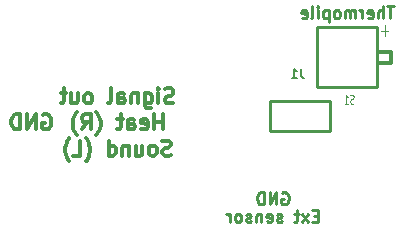
<source format=gbo>
G04 #@! TF.GenerationSoftware,KiCad,Pcbnew,5.1.5-52549c5~86~ubuntu18.04.1*
G04 #@! TF.CreationDate,2020-12-07T21:32:19-08:00*
G04 #@! TF.ProjectId,heat2sound_rx_rev04,68656174-3273-46f7-956e-645f72785f72,rev?*
G04 #@! TF.SameCoordinates,Original*
G04 #@! TF.FileFunction,Legend,Bot*
G04 #@! TF.FilePolarity,Positive*
%FSLAX46Y46*%
G04 Gerber Fmt 4.6, Leading zero omitted, Abs format (unit mm)*
G04 Created by KiCad (PCBNEW 5.1.5-52549c5~86~ubuntu18.04.1) date 2020-12-07 21:32:19*
%MOMM*%
%LPD*%
G04 APERTURE LIST*
%ADD10C,0.250000*%
%ADD11C,0.254000*%
%ADD12C,0.304800*%
%ADD13C,0.120000*%
%ADD14C,0.300000*%
%ADD15C,0.125000*%
%ADD16C,0.190500*%
G04 APERTURE END LIST*
D10*
X176011904Y-132750000D02*
X176107142Y-132702380D01*
X176250000Y-132702380D01*
X176392857Y-132750000D01*
X176488095Y-132845238D01*
X176535714Y-132940476D01*
X176583333Y-133130952D01*
X176583333Y-133273809D01*
X176535714Y-133464285D01*
X176488095Y-133559523D01*
X176392857Y-133654761D01*
X176250000Y-133702380D01*
X176154761Y-133702380D01*
X176011904Y-133654761D01*
X175964285Y-133607142D01*
X175964285Y-133273809D01*
X176154761Y-133273809D01*
X175535714Y-133702380D02*
X175535714Y-132702380D01*
X174964285Y-133702380D01*
X174964285Y-132702380D01*
X174488095Y-133702380D02*
X174488095Y-132702380D01*
X174250000Y-132702380D01*
X174107142Y-132750000D01*
X174011904Y-132845238D01*
X173964285Y-132940476D01*
X173916666Y-133130952D01*
X173916666Y-133273809D01*
X173964285Y-133464285D01*
X174011904Y-133559523D01*
X174107142Y-133654761D01*
X174250000Y-133702380D01*
X174488095Y-133702380D01*
D11*
X179047904Y-134677428D02*
X178709238Y-134677428D01*
X178564095Y-135209619D02*
X179047904Y-135209619D01*
X179047904Y-134193619D01*
X178564095Y-134193619D01*
X178225428Y-135209619D02*
X177693238Y-134532285D01*
X178225428Y-134532285D02*
X177693238Y-135209619D01*
X177451333Y-134532285D02*
X177064285Y-134532285D01*
X177306190Y-134193619D02*
X177306190Y-135064476D01*
X177257809Y-135161238D01*
X177161047Y-135209619D01*
X177064285Y-135209619D01*
X175999904Y-135161238D02*
X175903142Y-135209619D01*
X175709619Y-135209619D01*
X175612857Y-135161238D01*
X175564476Y-135064476D01*
X175564476Y-135016095D01*
X175612857Y-134919333D01*
X175709619Y-134870952D01*
X175854761Y-134870952D01*
X175951523Y-134822571D01*
X175999904Y-134725809D01*
X175999904Y-134677428D01*
X175951523Y-134580666D01*
X175854761Y-134532285D01*
X175709619Y-134532285D01*
X175612857Y-134580666D01*
X174742000Y-135161238D02*
X174838761Y-135209619D01*
X175032285Y-135209619D01*
X175129047Y-135161238D01*
X175177428Y-135064476D01*
X175177428Y-134677428D01*
X175129047Y-134580666D01*
X175032285Y-134532285D01*
X174838761Y-134532285D01*
X174742000Y-134580666D01*
X174693619Y-134677428D01*
X174693619Y-134774190D01*
X175177428Y-134870952D01*
X174258190Y-134532285D02*
X174258190Y-135209619D01*
X174258190Y-134629047D02*
X174209809Y-134580666D01*
X174113047Y-134532285D01*
X173967904Y-134532285D01*
X173871142Y-134580666D01*
X173822761Y-134677428D01*
X173822761Y-135209619D01*
X173387333Y-135161238D02*
X173290571Y-135209619D01*
X173097047Y-135209619D01*
X173000285Y-135161238D01*
X172951904Y-135064476D01*
X172951904Y-135016095D01*
X173000285Y-134919333D01*
X173097047Y-134870952D01*
X173242190Y-134870952D01*
X173338952Y-134822571D01*
X173387333Y-134725809D01*
X173387333Y-134677428D01*
X173338952Y-134580666D01*
X173242190Y-134532285D01*
X173097047Y-134532285D01*
X173000285Y-134580666D01*
X172371333Y-135209619D02*
X172468095Y-135161238D01*
X172516476Y-135112857D01*
X172564857Y-135016095D01*
X172564857Y-134725809D01*
X172516476Y-134629047D01*
X172468095Y-134580666D01*
X172371333Y-134532285D01*
X172226190Y-134532285D01*
X172129428Y-134580666D01*
X172081047Y-134629047D01*
X172032666Y-134725809D01*
X172032666Y-135016095D01*
X172081047Y-135112857D01*
X172129428Y-135161238D01*
X172226190Y-135209619D01*
X172371333Y-135209619D01*
X171597238Y-135209619D02*
X171597238Y-134532285D01*
X171597238Y-134725809D02*
X171548857Y-134629047D01*
X171500476Y-134580666D01*
X171403714Y-134532285D01*
X171306952Y-134532285D01*
D12*
X166817142Y-125104247D02*
X166635714Y-125164723D01*
X166333333Y-125164723D01*
X166212380Y-125104247D01*
X166151904Y-125043771D01*
X166091428Y-124922819D01*
X166091428Y-124801866D01*
X166151904Y-124680914D01*
X166212380Y-124620438D01*
X166333333Y-124559961D01*
X166575238Y-124499485D01*
X166696190Y-124439009D01*
X166756666Y-124378533D01*
X166817142Y-124257580D01*
X166817142Y-124136628D01*
X166756666Y-124015676D01*
X166696190Y-123955200D01*
X166575238Y-123894723D01*
X166272857Y-123894723D01*
X166091428Y-123955200D01*
X165547142Y-125164723D02*
X165547142Y-124318057D01*
X165547142Y-123894723D02*
X165607619Y-123955200D01*
X165547142Y-124015676D01*
X165486666Y-123955200D01*
X165547142Y-123894723D01*
X165547142Y-124015676D01*
X164398095Y-124318057D02*
X164398095Y-125346152D01*
X164458571Y-125467104D01*
X164519047Y-125527580D01*
X164640000Y-125588057D01*
X164821428Y-125588057D01*
X164942380Y-125527580D01*
X164398095Y-125104247D02*
X164519047Y-125164723D01*
X164760952Y-125164723D01*
X164881904Y-125104247D01*
X164942380Y-125043771D01*
X165002857Y-124922819D01*
X165002857Y-124559961D01*
X164942380Y-124439009D01*
X164881904Y-124378533D01*
X164760952Y-124318057D01*
X164519047Y-124318057D01*
X164398095Y-124378533D01*
X163793333Y-124318057D02*
X163793333Y-125164723D01*
X163793333Y-124439009D02*
X163732857Y-124378533D01*
X163611904Y-124318057D01*
X163430476Y-124318057D01*
X163309523Y-124378533D01*
X163249047Y-124499485D01*
X163249047Y-125164723D01*
X162100000Y-125164723D02*
X162100000Y-124499485D01*
X162160476Y-124378533D01*
X162281428Y-124318057D01*
X162523333Y-124318057D01*
X162644285Y-124378533D01*
X162100000Y-125104247D02*
X162220952Y-125164723D01*
X162523333Y-125164723D01*
X162644285Y-125104247D01*
X162704761Y-124983295D01*
X162704761Y-124862342D01*
X162644285Y-124741390D01*
X162523333Y-124680914D01*
X162220952Y-124680914D01*
X162100000Y-124620438D01*
X161313809Y-125164723D02*
X161434761Y-125104247D01*
X161495238Y-124983295D01*
X161495238Y-123894723D01*
X159680952Y-125164723D02*
X159801904Y-125104247D01*
X159862380Y-125043771D01*
X159922857Y-124922819D01*
X159922857Y-124559961D01*
X159862380Y-124439009D01*
X159801904Y-124378533D01*
X159680952Y-124318057D01*
X159499523Y-124318057D01*
X159378571Y-124378533D01*
X159318095Y-124439009D01*
X159257619Y-124559961D01*
X159257619Y-124922819D01*
X159318095Y-125043771D01*
X159378571Y-125104247D01*
X159499523Y-125164723D01*
X159680952Y-125164723D01*
X158169047Y-124318057D02*
X158169047Y-125164723D01*
X158713333Y-124318057D02*
X158713333Y-124983295D01*
X158652857Y-125104247D01*
X158531904Y-125164723D01*
X158350476Y-125164723D01*
X158229523Y-125104247D01*
X158169047Y-125043771D01*
X157745714Y-124318057D02*
X157261904Y-124318057D01*
X157564285Y-123894723D02*
X157564285Y-124983295D01*
X157503809Y-125104247D01*
X157382857Y-125164723D01*
X157261904Y-125164723D01*
X165910000Y-127374523D02*
X165910000Y-126104523D01*
X165910000Y-126709285D02*
X165184285Y-126709285D01*
X165184285Y-127374523D02*
X165184285Y-126104523D01*
X164095714Y-127314047D02*
X164216666Y-127374523D01*
X164458571Y-127374523D01*
X164579523Y-127314047D01*
X164640000Y-127193095D01*
X164640000Y-126709285D01*
X164579523Y-126588333D01*
X164458571Y-126527857D01*
X164216666Y-126527857D01*
X164095714Y-126588333D01*
X164035238Y-126709285D01*
X164035238Y-126830238D01*
X164640000Y-126951190D01*
X162946666Y-127374523D02*
X162946666Y-126709285D01*
X163007142Y-126588333D01*
X163128095Y-126527857D01*
X163370000Y-126527857D01*
X163490952Y-126588333D01*
X162946666Y-127314047D02*
X163067619Y-127374523D01*
X163370000Y-127374523D01*
X163490952Y-127314047D01*
X163551428Y-127193095D01*
X163551428Y-127072142D01*
X163490952Y-126951190D01*
X163370000Y-126890714D01*
X163067619Y-126890714D01*
X162946666Y-126830238D01*
X162523333Y-126527857D02*
X162039523Y-126527857D01*
X162341904Y-126104523D02*
X162341904Y-127193095D01*
X162281428Y-127314047D01*
X162160476Y-127374523D01*
X162039523Y-127374523D01*
X160285714Y-127858333D02*
X160346190Y-127797857D01*
X160467142Y-127616428D01*
X160527619Y-127495476D01*
X160588095Y-127314047D01*
X160648571Y-127011666D01*
X160648571Y-126769761D01*
X160588095Y-126467380D01*
X160527619Y-126285952D01*
X160467142Y-126165000D01*
X160346190Y-125983571D01*
X160285714Y-125923095D01*
X159076190Y-127374523D02*
X159499523Y-126769761D01*
X159801904Y-127374523D02*
X159801904Y-126104523D01*
X159318095Y-126104523D01*
X159197142Y-126165000D01*
X159136666Y-126225476D01*
X159076190Y-126346428D01*
X159076190Y-126527857D01*
X159136666Y-126648809D01*
X159197142Y-126709285D01*
X159318095Y-126769761D01*
X159801904Y-126769761D01*
X158652857Y-127858333D02*
X158592380Y-127797857D01*
X158471428Y-127616428D01*
X158410952Y-127495476D01*
X158350476Y-127314047D01*
X158290000Y-127011666D01*
X158290000Y-126769761D01*
X158350476Y-126467380D01*
X158410952Y-126285952D01*
X158471428Y-126165000D01*
X158592380Y-125983571D01*
X158652857Y-125923095D01*
X166605476Y-129523847D02*
X166424047Y-129584323D01*
X166121666Y-129584323D01*
X166000714Y-129523847D01*
X165940238Y-129463371D01*
X165879761Y-129342419D01*
X165879761Y-129221466D01*
X165940238Y-129100514D01*
X166000714Y-129040038D01*
X166121666Y-128979561D01*
X166363571Y-128919085D01*
X166484523Y-128858609D01*
X166545000Y-128798133D01*
X166605476Y-128677180D01*
X166605476Y-128556228D01*
X166545000Y-128435276D01*
X166484523Y-128374800D01*
X166363571Y-128314323D01*
X166061190Y-128314323D01*
X165879761Y-128374800D01*
X165154047Y-129584323D02*
X165275000Y-129523847D01*
X165335476Y-129463371D01*
X165395952Y-129342419D01*
X165395952Y-128979561D01*
X165335476Y-128858609D01*
X165275000Y-128798133D01*
X165154047Y-128737657D01*
X164972619Y-128737657D01*
X164851666Y-128798133D01*
X164791190Y-128858609D01*
X164730714Y-128979561D01*
X164730714Y-129342419D01*
X164791190Y-129463371D01*
X164851666Y-129523847D01*
X164972619Y-129584323D01*
X165154047Y-129584323D01*
X163642142Y-128737657D02*
X163642142Y-129584323D01*
X164186428Y-128737657D02*
X164186428Y-129402895D01*
X164125952Y-129523847D01*
X164005000Y-129584323D01*
X163823571Y-129584323D01*
X163702619Y-129523847D01*
X163642142Y-129463371D01*
X163037380Y-128737657D02*
X163037380Y-129584323D01*
X163037380Y-128858609D02*
X162976904Y-128798133D01*
X162855952Y-128737657D01*
X162674523Y-128737657D01*
X162553571Y-128798133D01*
X162493095Y-128919085D01*
X162493095Y-129584323D01*
X161344047Y-129584323D02*
X161344047Y-128314323D01*
X161344047Y-129523847D02*
X161465000Y-129584323D01*
X161706904Y-129584323D01*
X161827857Y-129523847D01*
X161888333Y-129463371D01*
X161948809Y-129342419D01*
X161948809Y-128979561D01*
X161888333Y-128858609D01*
X161827857Y-128798133D01*
X161706904Y-128737657D01*
X161465000Y-128737657D01*
X161344047Y-128798133D01*
X159408809Y-130068133D02*
X159469285Y-130007657D01*
X159590238Y-129826228D01*
X159650714Y-129705276D01*
X159711190Y-129523847D01*
X159771666Y-129221466D01*
X159771666Y-128979561D01*
X159711190Y-128677180D01*
X159650714Y-128495752D01*
X159590238Y-128374800D01*
X159469285Y-128193371D01*
X159408809Y-128132895D01*
X158320238Y-129584323D02*
X158925000Y-129584323D01*
X158925000Y-128314323D01*
X158017857Y-130068133D02*
X157957380Y-130007657D01*
X157836428Y-129826228D01*
X157775952Y-129705276D01*
X157715476Y-129523847D01*
X157655000Y-129221466D01*
X157655000Y-128979561D01*
X157715476Y-128677180D01*
X157775952Y-128495752D01*
X157836428Y-128374800D01*
X157957380Y-128193371D01*
X158017857Y-128132895D01*
X155767619Y-126165000D02*
X155888571Y-126104523D01*
X156070000Y-126104523D01*
X156251428Y-126165000D01*
X156372380Y-126285952D01*
X156432857Y-126406904D01*
X156493333Y-126648809D01*
X156493333Y-126830238D01*
X156432857Y-127072142D01*
X156372380Y-127193095D01*
X156251428Y-127314047D01*
X156070000Y-127374523D01*
X155949047Y-127374523D01*
X155767619Y-127314047D01*
X155707142Y-127253571D01*
X155707142Y-126830238D01*
X155949047Y-126830238D01*
X155162857Y-127374523D02*
X155162857Y-126104523D01*
X154437142Y-127374523D01*
X154437142Y-126104523D01*
X153832380Y-127374523D02*
X153832380Y-126104523D01*
X153530000Y-126104523D01*
X153348571Y-126165000D01*
X153227619Y-126285952D01*
X153167142Y-126406904D01*
X153106666Y-126648809D01*
X153106666Y-126830238D01*
X153167142Y-127072142D01*
X153227619Y-127193095D01*
X153348571Y-127314047D01*
X153530000Y-127374523D01*
X153832380Y-127374523D01*
D10*
X185476190Y-116952380D02*
X184904761Y-116952380D01*
X185190476Y-117952380D02*
X185190476Y-116952380D01*
X184571428Y-117952380D02*
X184571428Y-116952380D01*
X184142857Y-117952380D02*
X184142857Y-117428571D01*
X184190476Y-117333333D01*
X184285714Y-117285714D01*
X184428571Y-117285714D01*
X184523809Y-117333333D01*
X184571428Y-117380952D01*
X183285714Y-117904761D02*
X183380952Y-117952380D01*
X183571428Y-117952380D01*
X183666666Y-117904761D01*
X183714285Y-117809523D01*
X183714285Y-117428571D01*
X183666666Y-117333333D01*
X183571428Y-117285714D01*
X183380952Y-117285714D01*
X183285714Y-117333333D01*
X183238095Y-117428571D01*
X183238095Y-117523809D01*
X183714285Y-117619047D01*
X182809523Y-117952380D02*
X182809523Y-117285714D01*
X182809523Y-117476190D02*
X182761904Y-117380952D01*
X182714285Y-117333333D01*
X182619047Y-117285714D01*
X182523809Y-117285714D01*
X182190476Y-117952380D02*
X182190476Y-117285714D01*
X182190476Y-117380952D02*
X182142857Y-117333333D01*
X182047619Y-117285714D01*
X181904761Y-117285714D01*
X181809523Y-117333333D01*
X181761904Y-117428571D01*
X181761904Y-117952380D01*
X181761904Y-117428571D02*
X181714285Y-117333333D01*
X181619047Y-117285714D01*
X181476190Y-117285714D01*
X181380952Y-117333333D01*
X181333333Y-117428571D01*
X181333333Y-117952380D01*
X180714285Y-117952380D02*
X180809523Y-117904761D01*
X180857142Y-117857142D01*
X180904761Y-117761904D01*
X180904761Y-117476190D01*
X180857142Y-117380952D01*
X180809523Y-117333333D01*
X180714285Y-117285714D01*
X180571428Y-117285714D01*
X180476190Y-117333333D01*
X180428571Y-117380952D01*
X180380952Y-117476190D01*
X180380952Y-117761904D01*
X180428571Y-117857142D01*
X180476190Y-117904761D01*
X180571428Y-117952380D01*
X180714285Y-117952380D01*
X179952380Y-117285714D02*
X179952380Y-118285714D01*
X179952380Y-117333333D02*
X179857142Y-117285714D01*
X179666666Y-117285714D01*
X179571428Y-117333333D01*
X179523809Y-117380952D01*
X179476190Y-117476190D01*
X179476190Y-117761904D01*
X179523809Y-117857142D01*
X179571428Y-117904761D01*
X179666666Y-117952380D01*
X179857142Y-117952380D01*
X179952380Y-117904761D01*
X179047619Y-117952380D02*
X179047619Y-117285714D01*
X179047619Y-116952380D02*
X179095238Y-117000000D01*
X179047619Y-117047619D01*
X179000000Y-117000000D01*
X179047619Y-116952380D01*
X179047619Y-117047619D01*
X178428571Y-117952380D02*
X178523809Y-117904761D01*
X178571428Y-117809523D01*
X178571428Y-116952380D01*
X177666666Y-117904761D02*
X177761904Y-117952380D01*
X177952380Y-117952380D01*
X178047619Y-117904761D01*
X178095238Y-117809523D01*
X178095238Y-117428571D01*
X178047619Y-117333333D01*
X177952380Y-117285714D01*
X177761904Y-117285714D01*
X177666666Y-117333333D01*
X177619047Y-117428571D01*
X177619047Y-117523809D01*
X178095238Y-117619047D01*
D13*
X184700000Y-119450000D02*
X184700000Y-118550000D01*
X184400000Y-119050000D02*
X185000000Y-119050000D01*
D14*
X185200000Y-120850000D02*
X184100000Y-120850000D01*
X185200000Y-121750000D02*
X185200000Y-120850000D01*
X184100000Y-121750000D02*
X185200000Y-121750000D01*
D11*
X178960000Y-118710000D02*
X178960000Y-123790000D01*
X184040000Y-118710000D02*
X178960000Y-118710000D01*
X184040000Y-123790000D02*
X184040000Y-118710000D01*
X184040000Y-123790000D02*
X178960000Y-123790000D01*
X175046000Y-124968000D02*
X180046000Y-124968000D01*
X175026000Y-124968000D02*
X175026000Y-127508000D01*
X175046000Y-127523240D02*
X180046000Y-127523240D01*
X180081240Y-127523240D02*
X180081240Y-124962920D01*
D15*
X182080952Y-125155428D02*
X182009523Y-125191714D01*
X181890476Y-125191714D01*
X181842857Y-125155428D01*
X181819047Y-125119142D01*
X181795238Y-125046571D01*
X181795238Y-124974000D01*
X181819047Y-124901428D01*
X181842857Y-124865142D01*
X181890476Y-124828857D01*
X181985714Y-124792571D01*
X182033333Y-124756285D01*
X182057142Y-124720000D01*
X182080952Y-124647428D01*
X182080952Y-124574857D01*
X182057142Y-124502285D01*
X182033333Y-124466000D01*
X181985714Y-124429714D01*
X181866666Y-124429714D01*
X181795238Y-124466000D01*
X181319047Y-125191714D02*
X181604761Y-125191714D01*
X181461904Y-125191714D02*
X181461904Y-124429714D01*
X181509523Y-124538571D01*
X181557142Y-124611142D01*
X181604761Y-124647428D01*
D16*
X177600000Y-122223714D02*
X177600000Y-122768000D01*
X177636285Y-122876857D01*
X177708857Y-122949428D01*
X177817714Y-122985714D01*
X177890285Y-122985714D01*
X176838000Y-122985714D02*
X177273428Y-122985714D01*
X177055714Y-122985714D02*
X177055714Y-122223714D01*
X177128285Y-122332571D01*
X177200857Y-122405142D01*
X177273428Y-122441428D01*
M02*

</source>
